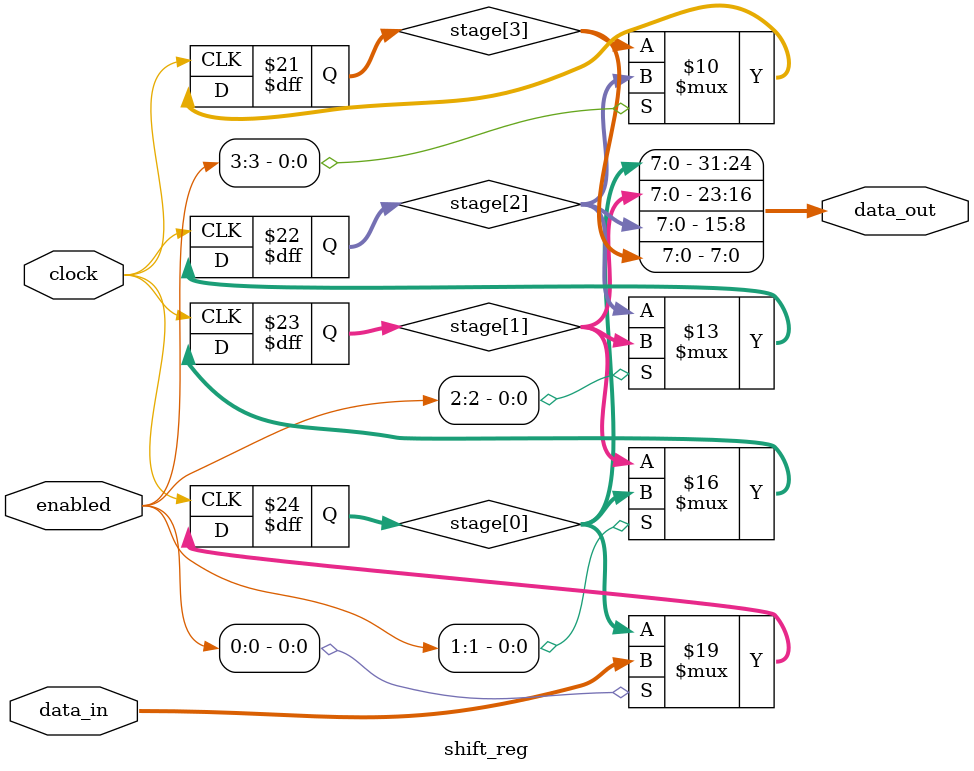
<source format=v>
`timescale 1ns / 1ps

// this module is just for fun
module shift_reg
#(
  parameter PIPE_LENGTH = 4,
  parameter DATA_WIDTH = 8
)
(
  input clock,
  input [0:PIPE_LENGTH-1] enabled,
  input [DATA_WIDTH-1:0] data_in,
  output [0:PIPE_LENGTH*DATA_WIDTH-1] data_out
);

reg [DATA_WIDTH-1:0] stage [0:PIPE_LENGTH-1];

always @(posedge clock) begin
  if (enabled[0] == 0) stage[0] <= stage[0];
  else stage[0] <= data_in;
end

assign data_out[0:DATA_WIDTH-1] = stage[0];

genvar i;
generate
for (i = 1; i < PIPE_LENGTH; i = i + 1) begin
  always @(posedge clock) begin
    if (enabled[i] == 0) stage[i] <= stage[i];
    else stage[i] <= stage[i-1];
  end

  assign data_out[i*DATA_WIDTH +: DATA_WIDTH] = stage[i];
end
endgenerate

endmodule

</source>
